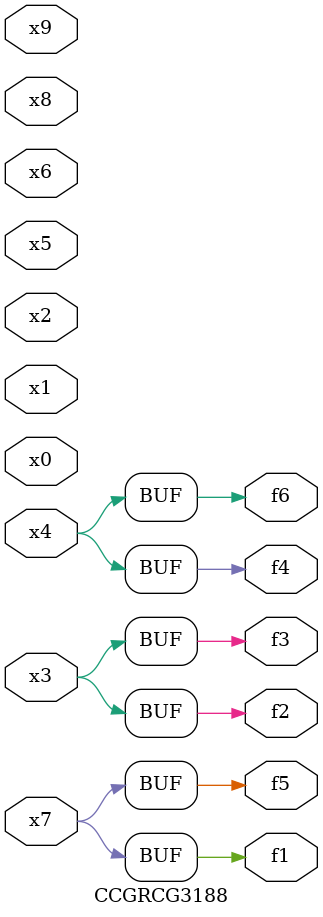
<source format=v>
module CCGRCG3188(
	input x0, x1, x2, x3, x4, x5, x6, x7, x8, x9,
	output f1, f2, f3, f4, f5, f6
);
	assign f1 = x7;
	assign f2 = x3;
	assign f3 = x3;
	assign f4 = x4;
	assign f5 = x7;
	assign f6 = x4;
endmodule

</source>
